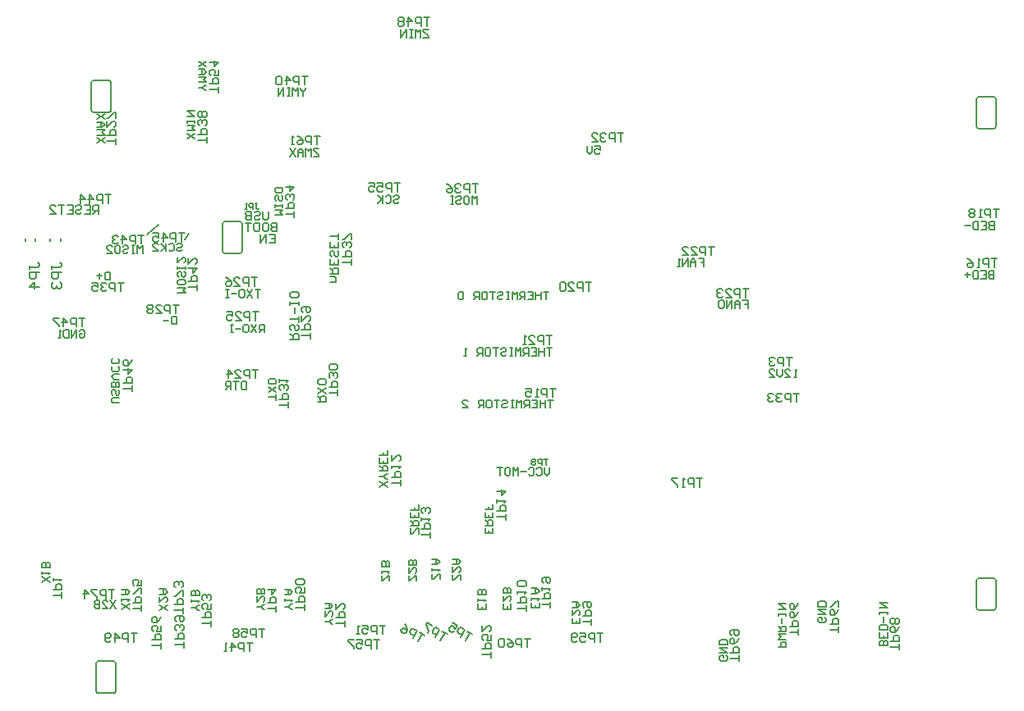
<source format=gbo>
G04 Layer_Color=32896*
%FSLAX25Y25*%
%MOIN*%
G70*
G01*
G75*
%ADD11C,0.00800*%
%ADD63C,0.00600*%
%ADD67C,0.00700*%
%ADD147C,0.00500*%
%ADD152C,0.00787*%
G54D11*
X-18375Y-53675D02*
X-13675Y-49675D01*
X-3175Y-55675D02*
X-1475Y-53375D01*
G54D63*
X319100Y-193400D02*
X318393Y-193693D01*
X318100Y-194400D01*
Y-205400D02*
X318393Y-206107D01*
X319100Y-206400D01*
X325100D02*
X325807Y-206107D01*
X326100Y-205400D01*
Y-194400D02*
X325807Y-193693D01*
X325100Y-193400D01*
X-33975Y-4175D02*
X-33268Y-3882D01*
X-32975Y-3175D01*
Y7825D02*
X-33268Y8532D01*
X-33975Y8825D01*
X-39975D02*
X-40682Y8532D01*
X-40975Y7825D01*
Y-3175D02*
X-40682Y-3882D01*
X-39975Y-4175D01*
X-32175Y-240275D02*
X-31468Y-239982D01*
X-31175Y-239275D01*
Y-228275D02*
X-31468Y-227568D01*
X-32175Y-227275D01*
X-38175D02*
X-38882Y-227568D01*
X-39175Y-228275D01*
Y-239275D02*
X-38882Y-239982D01*
X-38175Y-240275D01*
X325225Y-10775D02*
X325932Y-10482D01*
X326225Y-9775D01*
Y1225D02*
X325932Y1932D01*
X325225Y2225D01*
X319225D02*
X318518Y1932D01*
X318225Y1225D01*
Y-9775D02*
X318518Y-10482D01*
X319225Y-10775D01*
X12319Y-60559D02*
X12612Y-61266D01*
X13319Y-61559D01*
Y-48559D02*
X12612Y-48852D01*
X12319Y-49559D01*
X20319D02*
X20026Y-48852D01*
X19319Y-48559D01*
Y-61559D02*
X20026Y-61266D01*
X20319Y-60559D01*
X326100Y-205400D02*
Y-194400D01*
X319100Y-206400D02*
X325100D01*
X319100Y-193400D02*
X325100D01*
X318100Y-205400D02*
Y-194400D01*
X-40975Y-3175D02*
Y7825D01*
X-39975Y8825D02*
X-33975D01*
X-39975Y-4175D02*
X-33975D01*
X-32975Y-3175D02*
Y7825D01*
X-39175Y-239275D02*
Y-228275D01*
X-38175Y-227275D02*
X-32175D01*
X-38175Y-240275D02*
X-32175D01*
X-31175Y-239275D02*
Y-228275D01*
X318225Y-9775D02*
Y1225D01*
X319225Y2225D02*
X325225D01*
X319225Y-10775D02*
X325225D01*
X326225Y-9775D02*
Y1225D01*
X20319Y-60559D02*
Y-49559D01*
X13319Y-61559D02*
X19319D01*
X13319Y-48559D02*
X19319D01*
X12319Y-60559D02*
Y-49559D01*
X246325Y-118376D02*
X243993D01*
X245159D01*
Y-121875D01*
X242826D02*
Y-118376D01*
X241077D01*
X240494Y-118959D01*
Y-120125D01*
X241077Y-120709D01*
X242826D01*
X239328Y-118959D02*
X238744Y-118376D01*
X237578D01*
X236995Y-118959D01*
Y-119542D01*
X237578Y-120125D01*
X238161D01*
X237578D01*
X236995Y-120709D01*
Y-121292D01*
X237578Y-121875D01*
X238744D01*
X239328Y-121292D01*
X235829Y-118959D02*
X235245Y-118376D01*
X234079D01*
X233496Y-118959D01*
Y-119542D01*
X234079Y-120125D01*
X234662D01*
X234079D01*
X233496Y-120709D01*
Y-121292D01*
X234079Y-121875D01*
X235245D01*
X235829Y-121292D01*
X225800Y-75801D02*
X223467D01*
X224634D01*
Y-79300D01*
X222301D02*
Y-75801D01*
X220552D01*
X219969Y-76384D01*
Y-77551D01*
X220552Y-78134D01*
X222301D01*
X216470Y-79300D02*
X218802D01*
X216470Y-76967D01*
Y-76384D01*
X217053Y-75801D01*
X218219D01*
X218802Y-76384D01*
X215303D02*
X214720Y-75801D01*
X213554D01*
X212971Y-76384D01*
Y-76967D01*
X213554Y-77551D01*
X214137D01*
X213554D01*
X212971Y-78134D01*
Y-78717D01*
X213554Y-79300D01*
X214720D01*
X215303Y-78717D01*
X211725Y-58676D02*
X209393D01*
X210559D01*
Y-62175D01*
X208226D02*
Y-58676D01*
X206477D01*
X205894Y-59259D01*
Y-60425D01*
X206477Y-61009D01*
X208226D01*
X202395Y-62175D02*
X204728D01*
X202395Y-59842D01*
Y-59259D01*
X202978Y-58676D01*
X204144D01*
X204728Y-59259D01*
X198896Y-62175D02*
X201229D01*
X198896Y-59842D01*
Y-59259D01*
X199479Y-58676D01*
X200645D01*
X201229Y-59259D01*
X121124Y-225675D02*
Y-223342D01*
Y-224509D01*
X117625D01*
Y-222176D02*
X121124D01*
Y-220427D01*
X120541Y-219843D01*
X119375D01*
X118791Y-220427D01*
Y-222176D01*
X121124Y-216344D02*
Y-218677D01*
X119375D01*
X119958Y-217511D01*
Y-216928D01*
X119375Y-216344D01*
X118208D01*
X117625Y-216928D01*
Y-218094D01*
X118208Y-218677D01*
X117625Y-212846D02*
Y-215178D01*
X119958Y-212846D01*
X120541D01*
X121124Y-213429D01*
Y-214595D01*
X120541Y-215178D01*
X145299Y-205400D02*
Y-203067D01*
Y-204234D01*
X141800D01*
Y-201901D02*
X145299D01*
Y-200152D01*
X144716Y-199569D01*
X143549D01*
X142966Y-200152D01*
Y-201901D01*
X141800Y-198402D02*
Y-197236D01*
Y-197819D01*
X145299D01*
X144716Y-198402D01*
X142383Y-195486D02*
X141800Y-194903D01*
Y-193737D01*
X142383Y-193154D01*
X144716D01*
X145299Y-193737D01*
Y-194903D01*
X144716Y-195486D01*
X144133D01*
X143549Y-194903D01*
Y-193154D01*
X135424Y-206875D02*
Y-204542D01*
Y-205709D01*
X131925D01*
Y-203376D02*
X135424D01*
Y-201626D01*
X134841Y-201043D01*
X133675D01*
X133091Y-201626D01*
Y-203376D01*
X131925Y-199877D02*
Y-198711D01*
Y-199294D01*
X135424D01*
X134841Y-199877D01*
Y-196961D02*
X135424Y-196378D01*
Y-195212D01*
X134841Y-194629D01*
X132508D01*
X131925Y-195212D01*
Y-196378D01*
X132508Y-196961D01*
X134841D01*
X161924Y-212375D02*
Y-210042D01*
Y-211209D01*
X158425D01*
Y-208876D02*
X161924D01*
Y-207126D01*
X161341Y-206543D01*
X160175D01*
X159591Y-207126D01*
Y-208876D01*
X159008Y-205377D02*
X158425Y-204794D01*
Y-203628D01*
X159008Y-203045D01*
X161341D01*
X161924Y-203628D01*
Y-204794D01*
X161341Y-205377D01*
X160758D01*
X160175Y-204794D01*
Y-203045D01*
X78225Y-212676D02*
X75893D01*
X77059D01*
Y-216175D01*
X74726D02*
Y-212676D01*
X72977D01*
X72394Y-213259D01*
Y-214425D01*
X72977Y-215008D01*
X74726D01*
X68895Y-212676D02*
X71228D01*
Y-214425D01*
X70061Y-213842D01*
X69478D01*
X68895Y-214425D01*
Y-215592D01*
X69478Y-216175D01*
X70644D01*
X71228Y-215592D01*
X67729Y-216175D02*
X66562D01*
X67146D01*
Y-212676D01*
X67729Y-213259D01*
X103375Y-216245D02*
X101355Y-215078D01*
X102365Y-215662D01*
X100615Y-218692D01*
X98595Y-217525D02*
X100345Y-214495D01*
X98830Y-213620D01*
X98033Y-213834D01*
X97450Y-214844D01*
X97663Y-215641D01*
X99178Y-216515D01*
X97314Y-212746D02*
X95294Y-211579D01*
X95003Y-212085D01*
X95857Y-215271D01*
X95565Y-215776D01*
X94175Y-216645D02*
X92155Y-215478D01*
X93165Y-216061D01*
X91415Y-219092D01*
X89395Y-217925D02*
X91145Y-214895D01*
X89630Y-214020D01*
X88833Y-214234D01*
X88250Y-215244D01*
X88463Y-216041D01*
X89978Y-216915D01*
X86094Y-211980D02*
X86813Y-213068D01*
X87240Y-214661D01*
X86657Y-215671D01*
X85860Y-215884D01*
X84850Y-215301D01*
X84636Y-214505D01*
X84928Y-214000D01*
X85725Y-213786D01*
X87240Y-214661D01*
X113575Y-216245D02*
X111555Y-215078D01*
X112565Y-215662D01*
X110815Y-218692D01*
X108795Y-217525D02*
X110545Y-214495D01*
X109029Y-213620D01*
X108233Y-213834D01*
X107650Y-214844D01*
X107863Y-215641D01*
X109378Y-216515D01*
X105494Y-211579D02*
X107514Y-212746D01*
X106640Y-214261D01*
X105921Y-213173D01*
X105416Y-212881D01*
X104620Y-213095D01*
X104036Y-214105D01*
X104250Y-214901D01*
X105260Y-215484D01*
X106056Y-215271D01*
X7524Y-213075D02*
Y-210742D01*
Y-211909D01*
X4025D01*
Y-209576D02*
X7524D01*
Y-207826D01*
X6941Y-207243D01*
X5775D01*
X5192Y-207826D01*
Y-209576D01*
X7524Y-203745D02*
Y-206077D01*
X5775D01*
X6358Y-204911D01*
Y-204328D01*
X5775Y-203745D01*
X4608D01*
X4025Y-204328D01*
Y-205494D01*
X4608Y-206077D01*
X6941Y-202578D02*
X7524Y-201995D01*
Y-200829D01*
X6941Y-200246D01*
X6358D01*
X5775Y-200829D01*
Y-201412D01*
Y-200829D01*
X5192Y-200246D01*
X4608D01*
X4025Y-200829D01*
Y-201995D01*
X4608Y-202578D01*
X45424Y-206575D02*
Y-204242D01*
Y-205409D01*
X41925D01*
Y-203076D02*
X45424D01*
Y-201326D01*
X44841Y-200743D01*
X43675D01*
X43091Y-201326D01*
Y-203076D01*
X45424Y-197245D02*
Y-199577D01*
X43675D01*
X44258Y-198411D01*
Y-197828D01*
X43675Y-197245D01*
X42508D01*
X41925Y-197828D01*
Y-198994D01*
X42508Y-199577D01*
X44841Y-196078D02*
X45424Y-195495D01*
Y-194329D01*
X44841Y-193746D01*
X42508D01*
X41925Y-194329D01*
Y-195495D01*
X42508Y-196078D01*
X44841D01*
X33924Y-206975D02*
Y-204642D01*
Y-205808D01*
X30425D01*
Y-203476D02*
X33924D01*
Y-201727D01*
X33341Y-201143D01*
X32175D01*
X31591Y-201727D01*
Y-203476D01*
X30425Y-198228D02*
X33924D01*
X32175Y-199977D01*
Y-197644D01*
X61724Y-213075D02*
Y-210742D01*
Y-211909D01*
X58225D01*
Y-209576D02*
X61724D01*
Y-207826D01*
X61141Y-207243D01*
X59975D01*
X59391Y-207826D01*
Y-209576D01*
X58225Y-203745D02*
Y-206077D01*
X60558Y-203745D01*
X61141D01*
X61724Y-204328D01*
Y-205494D01*
X61141Y-206077D01*
X-53076Y-201575D02*
Y-199242D01*
Y-200409D01*
X-56575D01*
Y-198076D02*
X-53076D01*
Y-196326D01*
X-53659Y-195743D01*
X-54825D01*
X-55409Y-196326D01*
Y-198076D01*
X-56575Y-194577D02*
Y-193411D01*
Y-193994D01*
X-53076D01*
X-53659Y-194577D01*
X221724Y-227275D02*
Y-224942D01*
Y-226109D01*
X218225D01*
Y-223776D02*
X221724D01*
Y-222026D01*
X221141Y-221443D01*
X219975D01*
X219391Y-222026D01*
Y-223776D01*
X221724Y-217945D02*
X221141Y-219111D01*
X219975Y-220277D01*
X218808D01*
X218225Y-219694D01*
Y-218528D01*
X218808Y-217945D01*
X219391D01*
X219975Y-218528D01*
Y-220277D01*
X218808Y-216778D02*
X218225Y-216195D01*
Y-215029D01*
X218808Y-214446D01*
X221141D01*
X221724Y-215029D01*
Y-216195D01*
X221141Y-216778D01*
X220558D01*
X219975Y-216195D01*
Y-214446D01*
X286824Y-222475D02*
Y-220142D01*
Y-221308D01*
X283325D01*
Y-218976D02*
X286824D01*
Y-217227D01*
X286241Y-216643D01*
X285075D01*
X284491Y-217227D01*
Y-218976D01*
X286824Y-213144D02*
X286241Y-214311D01*
X285075Y-215477D01*
X283908D01*
X283325Y-214894D01*
Y-213728D01*
X283908Y-213144D01*
X284491D01*
X285075Y-213728D01*
Y-215477D01*
X286241Y-211978D02*
X286824Y-211395D01*
Y-210229D01*
X286241Y-209646D01*
X285658D01*
X285075Y-210229D01*
X284491Y-209646D01*
X283908D01*
X283325Y-210229D01*
Y-211395D01*
X283908Y-211978D01*
X284491D01*
X285075Y-211395D01*
X285658Y-211978D01*
X286241D01*
X285075Y-211395D02*
Y-210229D01*
X262224Y-215575D02*
Y-213242D01*
Y-214408D01*
X258725D01*
Y-212076D02*
X262224D01*
Y-210327D01*
X261641Y-209743D01*
X260475D01*
X259892Y-210327D01*
Y-212076D01*
X262224Y-206244D02*
X261641Y-207411D01*
X260475Y-208577D01*
X259308D01*
X258725Y-207994D01*
Y-206828D01*
X259308Y-206244D01*
X259892D01*
X260475Y-206828D01*
Y-208577D01*
X262224Y-205078D02*
Y-202746D01*
X261641D01*
X259308Y-205078D01*
X258725D01*
X245924Y-216475D02*
Y-214142D01*
Y-215308D01*
X242425D01*
Y-212976D02*
X245924D01*
Y-211227D01*
X245341Y-210643D01*
X244175D01*
X243591Y-211227D01*
Y-212976D01*
X245924Y-207144D02*
X245341Y-208311D01*
X244175Y-209477D01*
X243008D01*
X242425Y-208894D01*
Y-207728D01*
X243008Y-207144D01*
X243591D01*
X244175Y-207728D01*
Y-209477D01*
X245924Y-203646D02*
X245341Y-204812D01*
X244175Y-205978D01*
X243008D01*
X242425Y-205395D01*
Y-204229D01*
X243008Y-203646D01*
X243591D01*
X244175Y-204229D01*
Y-205978D01*
X96225Y34524D02*
X93893D01*
X95059D01*
Y31025D01*
X92726D02*
Y34524D01*
X90977D01*
X90394Y33941D01*
Y32775D01*
X90977Y32192D01*
X92726D01*
X87478Y31025D02*
Y34524D01*
X89227Y32775D01*
X86895D01*
X85729Y33941D02*
X85145Y34524D01*
X83979D01*
X83396Y33941D01*
Y33358D01*
X83979Y32775D01*
X83396Y32192D01*
Y31608D01*
X83979Y31025D01*
X85145D01*
X85729Y31608D01*
Y32192D01*
X85145Y32775D01*
X85729Y33358D01*
Y33941D01*
X85145Y32775D02*
X83979D01*
X-43775Y-87776D02*
X-46107D01*
X-44941D01*
Y-91275D01*
X-47274D02*
Y-87776D01*
X-49023D01*
X-49606Y-88359D01*
Y-89525D01*
X-49023Y-90109D01*
X-47274D01*
X-52522Y-91275D02*
Y-87776D01*
X-50773Y-89525D01*
X-53105D01*
X-54271Y-87776D02*
X-56604D01*
Y-88359D01*
X-54271Y-90692D01*
Y-91275D01*
X-24476Y-117475D02*
Y-115142D01*
Y-116308D01*
X-27975D01*
Y-113976D02*
X-24476D01*
Y-112226D01*
X-25059Y-111643D01*
X-26225D01*
X-26809Y-112226D01*
Y-113976D01*
X-27975Y-108728D02*
X-24476D01*
X-26225Y-110477D01*
Y-108144D01*
X-24476Y-104646D02*
X-25059Y-105812D01*
X-26225Y-106978D01*
X-27392D01*
X-27975Y-106395D01*
Y-105229D01*
X-27392Y-104646D01*
X-26809D01*
X-26225Y-105229D01*
Y-106978D01*
X-3175Y-53276D02*
X-5507D01*
X-4341D01*
Y-56775D01*
X-6674D02*
Y-53276D01*
X-8423D01*
X-9006Y-53859D01*
Y-55025D01*
X-8423Y-55608D01*
X-6674D01*
X-11922Y-56775D02*
Y-53276D01*
X-10172Y-55025D01*
X-12505D01*
X-16004Y-53276D02*
X-13671D01*
Y-55025D01*
X-14838Y-54442D01*
X-15421D01*
X-16004Y-55025D01*
Y-56192D01*
X-15421Y-56775D01*
X-14255D01*
X-13671Y-56192D01*
X-33100Y-37601D02*
X-35433D01*
X-34266D01*
Y-41100D01*
X-36599D02*
Y-37601D01*
X-38348D01*
X-38932Y-38184D01*
Y-39351D01*
X-38348Y-39934D01*
X-36599D01*
X-41847Y-41100D02*
Y-37601D01*
X-40098Y-39351D01*
X-42430D01*
X-45346Y-41100D02*
Y-37601D01*
X-43597Y-39351D01*
X-45929D01*
X-19675Y-54076D02*
X-22007D01*
X-20841D01*
Y-57575D01*
X-23174D02*
Y-54076D01*
X-24923D01*
X-25506Y-54659D01*
Y-55825D01*
X-24923Y-56409D01*
X-23174D01*
X-28422Y-57575D02*
Y-54076D01*
X-26673Y-55825D01*
X-29005D01*
X-30171Y-54659D02*
X-30755Y-54076D01*
X-31921D01*
X-32504Y-54659D01*
Y-55242D01*
X-31921Y-55825D01*
X-31338D01*
X-31921D01*
X-32504Y-56409D01*
Y-56992D01*
X-31921Y-57575D01*
X-30755D01*
X-30171Y-56992D01*
X1824Y-76375D02*
Y-74042D01*
Y-75208D01*
X-1675D01*
Y-72876D02*
X1824D01*
Y-71127D01*
X1241Y-70543D01*
X75D01*
X-508Y-71127D01*
Y-72876D01*
X-1675Y-67628D02*
X1824D01*
X75Y-69377D01*
Y-67045D01*
X-1675Y-63546D02*
Y-65878D01*
X658Y-63546D01*
X1241D01*
X1824Y-64129D01*
Y-65295D01*
X1241Y-65878D01*
X46800Y10599D02*
X44467D01*
X45634D01*
Y7100D01*
X43301D02*
Y10599D01*
X41552D01*
X40968Y10016D01*
Y8849D01*
X41552Y8266D01*
X43301D01*
X38053Y7100D02*
Y10599D01*
X39802Y8849D01*
X37470D01*
X36303Y10016D02*
X35720Y10599D01*
X34554D01*
X33971Y10016D01*
Y7683D01*
X34554Y7100D01*
X35720D01*
X36303Y7683D01*
Y10016D01*
X5699Y-16500D02*
Y-14167D01*
Y-15334D01*
X2200D01*
Y-13001D02*
X5699D01*
Y-11252D01*
X5116Y-10669D01*
X3949D01*
X3366Y-11252D01*
Y-13001D01*
X5116Y-9502D02*
X5699Y-8919D01*
Y-7753D01*
X5116Y-7170D01*
X4533D01*
X3949Y-7753D01*
Y-8336D01*
Y-7753D01*
X3366Y-7170D01*
X2783D01*
X2200Y-7753D01*
Y-8919D01*
X2783Y-9502D01*
X5116Y-6003D02*
X5699Y-5420D01*
Y-4254D01*
X5116Y-3671D01*
X4533D01*
X3949Y-4254D01*
X3366Y-3671D01*
X2783D01*
X2200Y-4254D01*
Y-5420D01*
X2783Y-6003D01*
X3366D01*
X3949Y-5420D01*
X4533Y-6003D01*
X5116D01*
X3949Y-5420D02*
Y-4254D01*
X64424Y-66175D02*
Y-63842D01*
Y-65008D01*
X60925D01*
Y-62676D02*
X64424D01*
Y-60927D01*
X63841Y-60343D01*
X62675D01*
X62091Y-60927D01*
Y-62676D01*
X63841Y-59177D02*
X64424Y-58594D01*
Y-57428D01*
X63841Y-56845D01*
X63258D01*
X62675Y-57428D01*
Y-58011D01*
Y-57428D01*
X62091Y-56845D01*
X61508D01*
X60925Y-57428D01*
Y-58594D01*
X61508Y-59177D01*
X64424Y-55678D02*
Y-53346D01*
X63841D01*
X61508Y-55678D01*
X60925D01*
X116025Y-33276D02*
X113693D01*
X114859D01*
Y-36775D01*
X112526D02*
Y-33276D01*
X110777D01*
X110194Y-33859D01*
Y-35025D01*
X110777Y-35609D01*
X112526D01*
X109028Y-33859D02*
X108444Y-33276D01*
X107278D01*
X106695Y-33859D01*
Y-34442D01*
X107278Y-35025D01*
X107861D01*
X107278D01*
X106695Y-35609D01*
Y-36192D01*
X107278Y-36775D01*
X108444D01*
X109028Y-36192D01*
X103196Y-33276D02*
X104362Y-33859D01*
X105529Y-35025D01*
Y-36192D01*
X104946Y-36775D01*
X103779D01*
X103196Y-36192D01*
Y-35609D01*
X103779Y-35025D01*
X105529D01*
X41324Y-46675D02*
Y-44342D01*
Y-45509D01*
X37825D01*
Y-43176D02*
X41324D01*
Y-41427D01*
X40741Y-40843D01*
X39575D01*
X38991Y-41427D01*
Y-43176D01*
X40741Y-39677D02*
X41324Y-39094D01*
Y-37928D01*
X40741Y-37345D01*
X40158D01*
X39575Y-37928D01*
Y-38511D01*
Y-37928D01*
X38991Y-37345D01*
X38408D01*
X37825Y-37928D01*
Y-39094D01*
X38408Y-39677D01*
X37825Y-34429D02*
X41324D01*
X39575Y-36178D01*
Y-33846D01*
X147400Y-116301D02*
X145067D01*
X146234D01*
Y-119800D01*
X143901D02*
Y-116301D01*
X142152D01*
X141569Y-116884D01*
Y-118051D01*
X142152Y-118634D01*
X143901D01*
X140402Y-119800D02*
X139236D01*
X139819D01*
Y-116301D01*
X140402Y-116884D01*
X135154Y-116301D02*
X137487D01*
Y-118051D01*
X136320Y-117467D01*
X135737D01*
X135154Y-118051D01*
Y-119217D01*
X135737Y-119800D01*
X136903D01*
X137487Y-119217D01*
X161925Y-73276D02*
X159593D01*
X160759D01*
Y-76775D01*
X158426D02*
Y-73276D01*
X156677D01*
X156094Y-73859D01*
Y-75025D01*
X156677Y-75608D01*
X158426D01*
X152595Y-76775D02*
X154928D01*
X152595Y-74442D01*
Y-73859D01*
X153178Y-73276D01*
X154344D01*
X154928Y-73859D01*
X151429D02*
X150846Y-73276D01*
X149679D01*
X149096Y-73859D01*
Y-76192D01*
X149679Y-76775D01*
X150846D01*
X151429Y-76192D01*
Y-73859D01*
X146000Y-94901D02*
X143667D01*
X144834D01*
Y-98400D01*
X142501D02*
Y-94901D01*
X140752D01*
X140169Y-95484D01*
Y-96651D01*
X140752Y-97234D01*
X142501D01*
X136670Y-98400D02*
X139002D01*
X136670Y-96067D01*
Y-95484D01*
X137253Y-94901D01*
X138419D01*
X139002Y-95484D01*
X135503Y-98400D02*
X134337D01*
X134920D01*
Y-94901D01*
X135503Y-95484D01*
X243400Y-103701D02*
X241067D01*
X242234D01*
Y-107200D01*
X239901D02*
Y-103701D01*
X238152D01*
X237569Y-104284D01*
Y-105451D01*
X238152Y-106034D01*
X239901D01*
X236402Y-104284D02*
X235819Y-103701D01*
X234653D01*
X234070Y-104284D01*
Y-104867D01*
X234653Y-105451D01*
X235236D01*
X234653D01*
X234070Y-106034D01*
Y-106617D01*
X234653Y-107200D01*
X235819D01*
X236402Y-106617D01*
X326625Y-63576D02*
X324293D01*
X325459D01*
Y-67075D01*
X323126D02*
Y-63576D01*
X321377D01*
X320794Y-64159D01*
Y-65325D01*
X321377Y-65908D01*
X323126D01*
X319627Y-67075D02*
X318461D01*
X319044D01*
Y-63576D01*
X319627Y-64159D01*
X314379Y-63576D02*
X315545Y-64159D01*
X316712Y-65325D01*
Y-66492D01*
X316129Y-67075D01*
X314962D01*
X314379Y-66492D01*
Y-65908D01*
X314962Y-65325D01*
X316712D01*
X206925Y-152876D02*
X204593D01*
X205759D01*
Y-156375D01*
X203426D02*
Y-152876D01*
X201677D01*
X201094Y-153459D01*
Y-154625D01*
X201677Y-155209D01*
X203426D01*
X199927Y-156375D02*
X198761D01*
X199344D01*
Y-152876D01*
X199927Y-153459D01*
X197012Y-152876D02*
X194679D01*
Y-153459D01*
X197012Y-155792D01*
Y-156375D01*
X327425Y-43376D02*
X325093D01*
X326259D01*
Y-46875D01*
X323926D02*
Y-43376D01*
X322177D01*
X321594Y-43959D01*
Y-45125D01*
X322177Y-45709D01*
X323926D01*
X320427Y-46875D02*
X319261D01*
X319844D01*
Y-43376D01*
X320427Y-43959D01*
X317512D02*
X316929Y-43376D01*
X315762D01*
X315179Y-43959D01*
Y-44542D01*
X315762Y-45125D01*
X315179Y-45709D01*
Y-46292D01*
X315762Y-46875D01*
X316929D01*
X317512Y-46292D01*
Y-45709D01*
X316929Y-45125D01*
X317512Y-44542D01*
Y-43959D01*
X316929Y-45125D02*
X315762D01*
X26625Y-108776D02*
X24293D01*
X25459D01*
Y-112275D01*
X23126D02*
Y-108776D01*
X21377D01*
X20794Y-109359D01*
Y-110525D01*
X21377Y-111109D01*
X23126D01*
X17295Y-112275D02*
X19627D01*
X17295Y-109942D01*
Y-109359D01*
X17878Y-108776D01*
X19044D01*
X19627Y-109359D01*
X14379Y-112275D02*
Y-108776D01*
X16129Y-110525D01*
X13796D01*
X26725Y-85176D02*
X24393D01*
X25559D01*
Y-88675D01*
X23226D02*
Y-85176D01*
X21477D01*
X20894Y-85759D01*
Y-86925D01*
X21477Y-87508D01*
X23226D01*
X17395Y-88675D02*
X19727D01*
X17395Y-86342D01*
Y-85759D01*
X17978Y-85176D01*
X19144D01*
X19727Y-85759D01*
X13896Y-85176D02*
X16229D01*
Y-86925D01*
X15062Y-86342D01*
X14479D01*
X13896Y-86925D01*
Y-88092D01*
X14479Y-88675D01*
X15645D01*
X16229Y-88092D01*
X26225Y-71176D02*
X23893D01*
X25059D01*
Y-74675D01*
X22726D02*
Y-71176D01*
X20977D01*
X20394Y-71759D01*
Y-72925D01*
X20977Y-73509D01*
X22726D01*
X16895Y-74675D02*
X19228D01*
X16895Y-72342D01*
Y-71759D01*
X17478Y-71176D01*
X18644D01*
X19228Y-71759D01*
X13396Y-71176D02*
X14562Y-71759D01*
X15729Y-72925D01*
Y-74092D01*
X15145Y-74675D01*
X13979D01*
X13396Y-74092D01*
Y-73509D01*
X13979Y-72925D01*
X15729D01*
X47824Y-95975D02*
Y-93642D01*
Y-94809D01*
X44325D01*
Y-92476D02*
X47824D01*
Y-90727D01*
X47241Y-90143D01*
X46075D01*
X45491Y-90727D01*
Y-92476D01*
X44325Y-86645D02*
Y-88977D01*
X46658Y-86645D01*
X47241D01*
X47824Y-87228D01*
Y-88394D01*
X47241Y-88977D01*
X44908Y-85478D02*
X44325Y-84895D01*
Y-83729D01*
X44908Y-83146D01*
X47241D01*
X47824Y-83729D01*
Y-84895D01*
X47241Y-85478D01*
X46658D01*
X46075Y-84895D01*
Y-83146D01*
X58924Y-119275D02*
Y-116942D01*
Y-118108D01*
X55425D01*
Y-115776D02*
X58924D01*
Y-114026D01*
X58341Y-113443D01*
X57175D01*
X56591Y-114026D01*
Y-115776D01*
X58341Y-112277D02*
X58924Y-111694D01*
Y-110528D01*
X58341Y-109944D01*
X57758D01*
X57175Y-110528D01*
Y-111111D01*
Y-110528D01*
X56591Y-109944D01*
X56008D01*
X55425Y-110528D01*
Y-111694D01*
X56008Y-112277D01*
X58341Y-108778D02*
X58924Y-108195D01*
Y-107029D01*
X58341Y-106446D01*
X56008D01*
X55425Y-107029D01*
Y-108195D01*
X56008Y-108778D01*
X58341D01*
X38824Y-124175D02*
Y-121842D01*
Y-123009D01*
X35325D01*
Y-120676D02*
X38824D01*
Y-118927D01*
X38241Y-118343D01*
X37075D01*
X36492Y-118927D01*
Y-120676D01*
X38241Y-117177D02*
X38824Y-116594D01*
Y-115428D01*
X38241Y-114845D01*
X37658D01*
X37075Y-115428D01*
Y-116011D01*
Y-115428D01*
X36492Y-114845D01*
X35908D01*
X35325Y-115428D01*
Y-116594D01*
X35908Y-117177D01*
X35325Y-113678D02*
Y-112512D01*
Y-113095D01*
X38824D01*
X38241Y-113678D01*
X174925Y-12576D02*
X172593D01*
X173759D01*
Y-16075D01*
X171426D02*
Y-12576D01*
X169677D01*
X169094Y-13159D01*
Y-14325D01*
X169677Y-14909D01*
X171426D01*
X167928Y-13159D02*
X167344Y-12576D01*
X166178D01*
X165595Y-13159D01*
Y-13742D01*
X166178Y-14325D01*
X166761D01*
X166178D01*
X165595Y-14909D01*
Y-15492D01*
X166178Y-16075D01*
X167344D01*
X167928Y-15492D01*
X162096Y-16075D02*
X164429D01*
X162096Y-13742D01*
Y-13159D01*
X162679Y-12576D01*
X163846D01*
X164429Y-13159D01*
X-20801Y-206800D02*
Y-204467D01*
Y-205634D01*
X-24300D01*
Y-203301D02*
X-20801D01*
Y-201552D01*
X-21384Y-200969D01*
X-22551D01*
X-23134Y-201552D01*
Y-203301D01*
X-20801Y-199802D02*
Y-197470D01*
X-21384D01*
X-23717Y-199802D01*
X-24300D01*
X-20801Y-193971D02*
Y-196303D01*
X-22551D01*
X-21967Y-195137D01*
Y-194554D01*
X-22551Y-193971D01*
X-23717D01*
X-24300Y-194554D01*
Y-195720D01*
X-23717Y-196303D01*
X-31675Y-198176D02*
X-34007D01*
X-32841D01*
Y-201675D01*
X-35174D02*
Y-198176D01*
X-36923D01*
X-37506Y-198759D01*
Y-199925D01*
X-36923Y-200508D01*
X-35174D01*
X-38673Y-198176D02*
X-41005D01*
Y-198759D01*
X-38673Y-201092D01*
Y-201675D01*
X-43921D02*
Y-198176D01*
X-42171Y-199925D01*
X-44504D01*
X-3876Y-207775D02*
Y-205442D01*
Y-206609D01*
X-7375D01*
Y-204276D02*
X-3876D01*
Y-202526D01*
X-4459Y-201943D01*
X-5625D01*
X-6208Y-202526D01*
Y-204276D01*
X-3876Y-200777D02*
Y-198444D01*
X-4459D01*
X-6792Y-200777D01*
X-7375D01*
X-4459Y-197278D02*
X-3876Y-196695D01*
Y-195529D01*
X-4459Y-194946D01*
X-5042D01*
X-5625Y-195529D01*
Y-196112D01*
Y-195529D01*
X-6208Y-194946D01*
X-6792D01*
X-7375Y-195529D01*
Y-196695D01*
X-6792Y-197278D01*
X84499Y-155800D02*
Y-153467D01*
Y-154634D01*
X81000D01*
Y-152301D02*
X84499D01*
Y-150552D01*
X83916Y-149969D01*
X82749D01*
X82166Y-150552D01*
Y-152301D01*
X81000Y-148802D02*
Y-147636D01*
Y-148219D01*
X84499D01*
X83916Y-148802D01*
X81000Y-143554D02*
Y-145887D01*
X83333Y-143554D01*
X83916D01*
X84499Y-144137D01*
Y-145303D01*
X83916Y-145887D01*
X96424Y-177075D02*
Y-174742D01*
Y-175909D01*
X92925D01*
Y-173576D02*
X96424D01*
Y-171827D01*
X95841Y-171243D01*
X94675D01*
X94091Y-171827D01*
Y-173576D01*
X92925Y-170077D02*
Y-168911D01*
Y-169494D01*
X96424D01*
X95841Y-170077D01*
Y-167161D02*
X96424Y-166578D01*
Y-165412D01*
X95841Y-164829D01*
X95258D01*
X94675Y-165412D01*
Y-165995D01*
Y-165412D01*
X94091Y-164829D01*
X93508D01*
X92925Y-165412D01*
Y-166578D01*
X93508Y-167161D01*
X127124Y-169675D02*
Y-167342D01*
Y-168509D01*
X123625D01*
Y-166176D02*
X127124D01*
Y-164427D01*
X126541Y-163843D01*
X125375D01*
X124792Y-164427D01*
Y-166176D01*
X123625Y-162677D02*
Y-161511D01*
Y-162094D01*
X127124D01*
X126541Y-162677D01*
X123625Y-158012D02*
X127124D01*
X125375Y-159761D01*
Y-157429D01*
X-5475Y-82376D02*
X-7807D01*
X-6641D01*
Y-85875D01*
X-8974D02*
Y-82376D01*
X-10723D01*
X-11306Y-82959D01*
Y-84125D01*
X-10723Y-84708D01*
X-8974D01*
X-14805Y-85875D02*
X-12472D01*
X-14805Y-83542D01*
Y-82959D01*
X-14222Y-82376D01*
X-13056D01*
X-12472Y-82959D01*
X-15971D02*
X-16555Y-82376D01*
X-17721D01*
X-18304Y-82959D01*
Y-83542D01*
X-17721Y-84125D01*
X-18304Y-84708D01*
Y-85292D01*
X-17721Y-85875D01*
X-16555D01*
X-15971Y-85292D01*
Y-84708D01*
X-16555Y-84125D01*
X-15971Y-83542D01*
Y-82959D01*
X-16555Y-84125D02*
X-17721D01*
X-27875Y-73376D02*
X-30207D01*
X-29041D01*
Y-76875D01*
X-31374D02*
Y-73376D01*
X-33123D01*
X-33706Y-73959D01*
Y-75125D01*
X-33123Y-75709D01*
X-31374D01*
X-34872Y-73959D02*
X-35456Y-73376D01*
X-36622D01*
X-37205Y-73959D01*
Y-74542D01*
X-36622Y-75125D01*
X-36039D01*
X-36622D01*
X-37205Y-75709D01*
Y-76292D01*
X-36622Y-76875D01*
X-35456D01*
X-34872Y-76292D01*
X-40704Y-73376D02*
X-38371D01*
Y-75125D01*
X-39538Y-74542D01*
X-40121D01*
X-40704Y-75125D01*
Y-76292D01*
X-40121Y-76875D01*
X-38955D01*
X-38371Y-76292D01*
X10499Y3900D02*
Y6233D01*
Y5066D01*
X7000D01*
Y7399D02*
X10499D01*
Y9148D01*
X9916Y9731D01*
X8749D01*
X8166Y9148D01*
Y7399D01*
X10499Y13230D02*
Y10898D01*
X8749D01*
X9333Y12064D01*
Y12647D01*
X8749Y13230D01*
X7583D01*
X7000Y12647D01*
Y11481D01*
X7583Y10898D01*
X7000Y16146D02*
X10499D01*
X8749Y14397D01*
Y16729D01*
X84325Y-32876D02*
X81993D01*
X83159D01*
Y-36375D01*
X80826D02*
Y-32876D01*
X79077D01*
X78494Y-33459D01*
Y-34625D01*
X79077Y-35208D01*
X80826D01*
X74995Y-32876D02*
X77328D01*
Y-34625D01*
X76161Y-34042D01*
X75578D01*
X74995Y-34625D01*
Y-35792D01*
X75578Y-36375D01*
X76744D01*
X77328Y-35792D01*
X71496Y-32876D02*
X73829D01*
Y-34625D01*
X72662Y-34042D01*
X72079D01*
X71496Y-34625D01*
Y-35792D01*
X72079Y-36375D01*
X73246D01*
X73829Y-35792D01*
X-3501Y-221700D02*
Y-219367D01*
Y-220534D01*
X-7000D01*
Y-218201D02*
X-3501D01*
Y-216452D01*
X-4084Y-215869D01*
X-5251D01*
X-5834Y-216452D01*
Y-218201D01*
X-4084Y-214702D02*
X-3501Y-214119D01*
Y-212953D01*
X-4084Y-212370D01*
X-4667D01*
X-5251Y-212953D01*
Y-213536D01*
Y-212953D01*
X-5834Y-212370D01*
X-6417D01*
X-7000Y-212953D01*
Y-214119D01*
X-6417Y-214702D01*
Y-211203D02*
X-7000Y-210620D01*
Y-209454D01*
X-6417Y-208871D01*
X-4084D01*
X-3501Y-209454D01*
Y-210620D01*
X-4084Y-211203D01*
X-4667D01*
X-5251Y-210620D01*
Y-208871D01*
X24525Y-219676D02*
X22193D01*
X23359D01*
Y-223175D01*
X21026D02*
Y-219676D01*
X19277D01*
X18694Y-220259D01*
Y-221425D01*
X19277Y-222008D01*
X21026D01*
X15778Y-223175D02*
Y-219676D01*
X17527Y-221425D01*
X15195D01*
X14029Y-223175D02*
X12862D01*
X13445D01*
Y-219676D01*
X14029Y-220259D01*
X-22600Y-215901D02*
X-24933D01*
X-23766D01*
Y-219400D01*
X-26099D02*
Y-215901D01*
X-27848D01*
X-28431Y-216484D01*
Y-217651D01*
X-27848Y-218234D01*
X-26099D01*
X-31347Y-219400D02*
Y-215901D01*
X-29598Y-217651D01*
X-31930D01*
X-33097Y-218817D02*
X-33680Y-219400D01*
X-34846D01*
X-35429Y-218817D01*
Y-216484D01*
X-34846Y-215901D01*
X-33680D01*
X-33097Y-216484D01*
Y-217067D01*
X-33680Y-217651D01*
X-35429D01*
X-12876Y-222075D02*
Y-219742D01*
Y-220908D01*
X-16375D01*
Y-218576D02*
X-12876D01*
Y-216827D01*
X-13459Y-216243D01*
X-14625D01*
X-15209Y-216827D01*
Y-218576D01*
X-12876Y-212744D02*
Y-215077D01*
X-14625D01*
X-14042Y-213911D01*
Y-213328D01*
X-14625Y-212744D01*
X-15792D01*
X-16375Y-213328D01*
Y-214494D01*
X-15792Y-215077D01*
X-12876Y-209246D02*
X-13459Y-210412D01*
X-14625Y-211578D01*
X-15792D01*
X-16375Y-210995D01*
Y-209829D01*
X-15792Y-209246D01*
X-15209D01*
X-14625Y-209829D01*
Y-211578D01*
X75925Y-218576D02*
X73593D01*
X74759D01*
Y-222075D01*
X72426D02*
Y-218576D01*
X70677D01*
X70094Y-219159D01*
Y-220325D01*
X70677Y-220908D01*
X72426D01*
X66595Y-218576D02*
X68928D01*
Y-220325D01*
X67761Y-219742D01*
X67178D01*
X66595Y-220325D01*
Y-221492D01*
X67178Y-222075D01*
X68344D01*
X68928Y-221492D01*
X65429Y-218576D02*
X63096D01*
Y-219159D01*
X65429Y-221492D01*
Y-222075D01*
X29225Y-213976D02*
X26893D01*
X28059D01*
Y-217475D01*
X25726D02*
Y-213976D01*
X23977D01*
X23394Y-214559D01*
Y-215725D01*
X23977Y-216308D01*
X25726D01*
X19895Y-213976D02*
X22228D01*
Y-215725D01*
X21061Y-215142D01*
X20478D01*
X19895Y-215725D01*
Y-216892D01*
X20478Y-217475D01*
X21644D01*
X22228Y-216892D01*
X18729Y-214559D02*
X18145Y-213976D01*
X16979D01*
X16396Y-214559D01*
Y-215142D01*
X16979Y-215725D01*
X16396Y-216308D01*
Y-216892D01*
X16979Y-217475D01*
X18145D01*
X18729Y-216892D01*
Y-216308D01*
X18145Y-215725D01*
X18729Y-215142D01*
Y-214559D01*
X18145Y-215725D02*
X16979D01*
X166625Y-215876D02*
X164293D01*
X165459D01*
Y-219375D01*
X163126D02*
Y-215876D01*
X161377D01*
X160794Y-216459D01*
Y-217625D01*
X161377Y-218209D01*
X163126D01*
X157295Y-215876D02*
X159627D01*
Y-217625D01*
X158461Y-217042D01*
X157878D01*
X157295Y-217625D01*
Y-218792D01*
X157878Y-219375D01*
X159044D01*
X159627Y-218792D01*
X156129D02*
X155545Y-219375D01*
X154379D01*
X153796Y-218792D01*
Y-216459D01*
X154379Y-215876D01*
X155545D01*
X156129Y-216459D01*
Y-217042D01*
X155545Y-217625D01*
X153796D01*
X137125Y-217976D02*
X134793D01*
X135959D01*
Y-221475D01*
X133626D02*
Y-217976D01*
X131877D01*
X131294Y-218559D01*
Y-219725D01*
X131877Y-220308D01*
X133626D01*
X127795Y-217976D02*
X128961Y-218559D01*
X130128Y-219725D01*
Y-220892D01*
X129544Y-221475D01*
X128378D01*
X127795Y-220892D01*
Y-220308D01*
X128378Y-219725D01*
X130128D01*
X126629Y-218559D02*
X126046Y-217976D01*
X124879D01*
X124296Y-218559D01*
Y-220892D01*
X124879Y-221475D01*
X126046D01*
X126629Y-220892D01*
Y-218559D01*
X-31201Y-17000D02*
Y-14667D01*
Y-15834D01*
X-34700D01*
Y-13501D02*
X-31201D01*
Y-11752D01*
X-31784Y-11169D01*
X-32951D01*
X-33534Y-11752D01*
Y-13501D01*
X-34700Y-7670D02*
Y-10002D01*
X-32367Y-7670D01*
X-31784D01*
X-31201Y-8253D01*
Y-9419D01*
X-31784Y-10002D01*
X-31201Y-6503D02*
Y-4171D01*
X-31784D01*
X-34117Y-6503D01*
X-34700D01*
X51700Y-13701D02*
X49367D01*
X50534D01*
Y-17200D01*
X48201D02*
Y-13701D01*
X46452D01*
X45869Y-14284D01*
Y-15451D01*
X46452Y-16034D01*
X48201D01*
X42370Y-13701D02*
X43536Y-14284D01*
X44702Y-15451D01*
Y-16617D01*
X44119Y-17200D01*
X42953D01*
X42370Y-16617D01*
Y-16034D01*
X42953Y-15451D01*
X44702D01*
X41203Y-17200D02*
X40037D01*
X40620D01*
Y-13701D01*
X41203Y-14284D01*
X55825Y-73175D02*
X58158D01*
Y-71425D01*
X57575Y-70842D01*
X55825D01*
Y-69676D02*
X59324D01*
Y-67927D01*
X58741Y-67343D01*
X57575D01*
X56991Y-67927D01*
Y-69676D01*
Y-68510D02*
X55825Y-67343D01*
X59324Y-63845D02*
Y-66177D01*
X55825D01*
Y-63845D01*
X57575Y-66177D02*
Y-65011D01*
X58741Y-60346D02*
X59324Y-60929D01*
Y-62095D01*
X58741Y-62678D01*
X58158D01*
X57575Y-62095D01*
Y-60929D01*
X56991Y-60346D01*
X56408D01*
X55825Y-60929D01*
Y-62095D01*
X56408Y-62678D01*
X59324Y-56847D02*
Y-59179D01*
X55825D01*
Y-56847D01*
X57575Y-59179D02*
Y-58013D01*
X59324Y-55680D02*
Y-53348D01*
Y-54514D01*
X55825D01*
X-38100Y-45400D02*
Y-41901D01*
X-39849D01*
X-40433Y-42484D01*
Y-43651D01*
X-39849Y-44234D01*
X-38100D01*
X-39266D02*
X-40433Y-45400D01*
X-43931Y-41901D02*
X-41599D01*
Y-45400D01*
X-43931D01*
X-41599Y-43651D02*
X-42765D01*
X-47430Y-42484D02*
X-46847Y-41901D01*
X-45681D01*
X-45098Y-42484D01*
Y-43067D01*
X-45681Y-43651D01*
X-46847D01*
X-47430Y-44234D01*
Y-44817D01*
X-46847Y-45400D01*
X-45681D01*
X-45098Y-44817D01*
X-50929Y-41901D02*
X-48597D01*
Y-45400D01*
X-50929D01*
X-48597Y-43651D02*
X-49763D01*
X-52096Y-41901D02*
X-54428D01*
X-53262D01*
Y-45400D01*
X-57927D02*
X-55594D01*
X-57927Y-43067D01*
Y-42484D01*
X-57344Y-41901D01*
X-56178D01*
X-55594Y-42484D01*
X31093Y-53776D02*
X33425D01*
Y-57275D01*
X31093D01*
X33425Y-55525D02*
X32259D01*
X29926Y-57275D02*
Y-53776D01*
X27594Y-57275D01*
Y-53776D01*
X34325Y-48976D02*
Y-52475D01*
X32576D01*
X31993Y-51892D01*
Y-51309D01*
X32576Y-50725D01*
X34325D01*
X32576D01*
X31993Y-50142D01*
Y-49559D01*
X32576Y-48976D01*
X34325D01*
X29077D02*
X30243D01*
X30826Y-49559D01*
Y-51892D01*
X30243Y-52475D01*
X29077D01*
X28494Y-51892D01*
Y-49559D01*
X29077Y-48976D01*
X25578D02*
X26744D01*
X27327Y-49559D01*
Y-51892D01*
X26744Y-52475D01*
X25578D01*
X24995Y-51892D01*
Y-49559D01*
X25578Y-48976D01*
X23829D02*
X21496D01*
X22662D01*
Y-52475D01*
X30925Y-44376D02*
Y-47292D01*
X30342Y-47875D01*
X29176D01*
X28593Y-47292D01*
Y-44376D01*
X25094Y-44959D02*
X25677Y-44376D01*
X26843D01*
X27426Y-44959D01*
Y-45542D01*
X26843Y-46125D01*
X25677D01*
X25094Y-46709D01*
Y-47292D01*
X25677Y-47875D01*
X26843D01*
X27426Y-47292D01*
X23927Y-44376D02*
Y-47875D01*
X22178D01*
X21595Y-47292D01*
Y-46709D01*
X22178Y-46125D01*
X23927D01*
X22178D01*
X21595Y-45542D01*
Y-44959D01*
X22178Y-44376D01*
X23927D01*
X29225Y-93575D02*
Y-90376D01*
X27626D01*
X27093Y-90909D01*
Y-91975D01*
X27626Y-92509D01*
X29225D01*
X28159D02*
X27093Y-93575D01*
X26026Y-90376D02*
X23894Y-93575D01*
Y-90376D02*
X26026Y-93575D01*
X22827Y-90909D02*
X22294Y-90376D01*
X21228D01*
X20695Y-90909D01*
Y-93042D01*
X21228Y-93575D01*
X22294D01*
X22827Y-93042D01*
Y-90909D01*
X19628Y-91975D02*
X17496D01*
X16429Y-90376D02*
X15363D01*
X15896D01*
Y-93575D01*
X16429D01*
X15363D01*
X39625Y-96375D02*
X43124D01*
Y-94625D01*
X42541Y-94042D01*
X41375D01*
X40791Y-94625D01*
Y-96375D01*
Y-95209D02*
X39625Y-94042D01*
X42541Y-90543D02*
X43124Y-91127D01*
Y-92293D01*
X42541Y-92876D01*
X41958D01*
X41375Y-92293D01*
Y-91127D01*
X40791Y-90543D01*
X40208D01*
X39625Y-91127D01*
Y-92293D01*
X40208Y-92876D01*
X43124Y-89377D02*
Y-87045D01*
Y-88211D01*
X39625D01*
X41375Y-85878D02*
Y-83546D01*
X43124Y-82379D02*
Y-81213D01*
Y-81796D01*
X39625D01*
Y-82379D01*
Y-81213D01*
X43124Y-77714D02*
Y-78881D01*
X42541Y-79464D01*
X40208D01*
X39625Y-78881D01*
Y-77714D01*
X40208Y-77131D01*
X42541D01*
X43124Y-77714D01*
X50825Y-121875D02*
X54324D01*
Y-120125D01*
X53741Y-119542D01*
X52575D01*
X51991Y-120125D01*
Y-121875D01*
Y-120709D02*
X50825Y-119542D01*
X54324Y-118376D02*
X50825Y-116043D01*
X54324D02*
X50825Y-118376D01*
X53741Y-114877D02*
X54324Y-114294D01*
Y-113128D01*
X53741Y-112545D01*
X51408D01*
X50825Y-113128D01*
Y-114294D01*
X51408Y-114877D01*
X53741D01*
X79199Y-156300D02*
X76000Y-154167D01*
X79199D02*
X76000Y-156300D01*
X79199Y-153101D02*
X78666D01*
X77600Y-152035D01*
X78666Y-150968D01*
X79199D01*
X77600Y-152035D02*
X76000D01*
Y-149902D02*
X79199D01*
Y-148303D01*
X78666Y-147769D01*
X77600D01*
X77066Y-148303D01*
Y-149902D01*
Y-148836D02*
X76000Y-147769D01*
X79199Y-144571D02*
Y-146703D01*
X76000D01*
Y-144571D01*
X77600Y-146703D02*
Y-145637D01*
X79199Y-141372D02*
Y-143504D01*
X77600D01*
Y-142438D01*
Y-143504D01*
X76000D01*
X91699Y-175300D02*
Y-173167D01*
X91166D01*
X89033Y-175300D01*
X88500D01*
Y-173167D01*
Y-172101D02*
X91699D01*
Y-170501D01*
X91166Y-169968D01*
X90100D01*
X89566Y-170501D01*
Y-172101D01*
Y-171035D02*
X88500Y-169968D01*
X91699Y-166769D02*
Y-168902D01*
X88500D01*
Y-166769D01*
X90100Y-168902D02*
Y-167836D01*
X91699Y-163570D02*
Y-165703D01*
X90100D01*
Y-164637D01*
Y-165703D01*
X88500D01*
X121924Y-173042D02*
Y-175175D01*
X118725D01*
Y-173042D01*
X120325Y-175175D02*
Y-174109D01*
X118725Y-171976D02*
X121924D01*
Y-170376D01*
X121391Y-169843D01*
X120325D01*
X119791Y-170376D01*
Y-171976D01*
Y-170910D02*
X118725Y-169843D01*
X121924Y-166644D02*
Y-168777D01*
X118725D01*
Y-166644D01*
X120325Y-168777D02*
Y-167710D01*
X121924Y-163445D02*
Y-165578D01*
X120325D01*
Y-164512D01*
Y-165578D01*
X118725D01*
X-31275Y-202476D02*
X-33407Y-205675D01*
Y-202476D02*
X-31275Y-205675D01*
X-36606D02*
X-34474D01*
X-36606Y-203542D01*
Y-203009D01*
X-36073Y-202476D01*
X-35007D01*
X-34474Y-203009D01*
X-37673Y-202476D02*
Y-205675D01*
X-39272D01*
X-39805Y-205142D01*
Y-204608D01*
X-39272Y-204075D01*
X-37673D01*
X-39272D01*
X-39805Y-203542D01*
Y-203009D01*
X-39272Y-202476D01*
X-37673D01*
X2724Y-206475D02*
X2191D01*
X1125Y-205409D01*
X2191Y-204342D01*
X2724D01*
X1125Y-205409D02*
X-475D01*
Y-203276D02*
Y-202209D01*
Y-202743D01*
X2724D01*
X2191Y-203276D01*
X2724Y-200610D02*
X-475D01*
Y-199011D01*
X58Y-198477D01*
X592D01*
X1125Y-199011D01*
Y-200610D01*
Y-199011D01*
X1658Y-198477D01*
X2191D01*
X2724Y-199011D01*
Y-200610D01*
X40624Y-206075D02*
X40091D01*
X39025Y-205009D01*
X40091Y-203942D01*
X40624D01*
X39025Y-205009D02*
X37425D01*
Y-202876D02*
Y-201810D01*
Y-202343D01*
X40624D01*
X40091Y-202876D01*
X37425Y-200210D02*
X39558D01*
X40624Y-199144D01*
X39558Y-198077D01*
X37425D01*
X39025D01*
Y-200210D01*
X57024Y-212275D02*
X56491D01*
X55425Y-211209D01*
X56491Y-210142D01*
X57024D01*
X55425Y-211209D02*
X53825D01*
Y-206943D02*
Y-209076D01*
X55958Y-206943D01*
X56491D01*
X57024Y-207476D01*
Y-208543D01*
X56491Y-209076D01*
X53825Y-205877D02*
X55958D01*
X57024Y-204811D01*
X55958Y-203744D01*
X53825D01*
X55425D01*
Y-205877D01*
X29324Y-206175D02*
X28791D01*
X27725Y-205108D01*
X28791Y-204042D01*
X29324D01*
X27725Y-205108D02*
X26125D01*
Y-200843D02*
Y-202976D01*
X28258Y-200843D01*
X28791D01*
X29324Y-201376D01*
Y-202443D01*
X28791Y-202976D01*
X29324Y-199777D02*
X26125D01*
Y-198177D01*
X26658Y-197644D01*
X27191D01*
X27725Y-198177D01*
Y-199777D01*
Y-198177D01*
X28258Y-197644D01*
X28791D01*
X29324Y-198177D01*
Y-199777D01*
X79999Y-194600D02*
Y-192467D01*
X79466D01*
X77333Y-194600D01*
X76800D01*
Y-192467D01*
Y-191401D02*
Y-190335D01*
Y-190868D01*
X79999D01*
X79466Y-191401D01*
X79999Y-188735D02*
X76800D01*
Y-187136D01*
X77333Y-186603D01*
X77866D01*
X78399Y-187136D01*
Y-188735D01*
Y-187136D01*
X78933Y-186603D01*
X79466D01*
X79999Y-187136D01*
Y-188735D01*
X100399Y-193800D02*
Y-191667D01*
X99866D01*
X97733Y-193800D01*
X97200D01*
Y-191667D01*
Y-190601D02*
Y-189535D01*
Y-190068D01*
X100399D01*
X99866Y-190601D01*
X97200Y-187935D02*
X99333D01*
X100399Y-186869D01*
X99333Y-185803D01*
X97200D01*
X98800D01*
Y-187935D01*
X108799Y-194200D02*
Y-192067D01*
X108266D01*
X106133Y-194200D01*
X105600D01*
Y-192067D01*
Y-188868D02*
Y-191001D01*
X107733Y-188868D01*
X108266D01*
X108799Y-189401D01*
Y-190468D01*
X108266Y-191001D01*
X105600Y-187802D02*
X107733D01*
X108799Y-186736D01*
X107733Y-185669D01*
X105600D01*
X107200D01*
Y-187802D01*
X90999Y-194500D02*
Y-192367D01*
X90466D01*
X88333Y-194500D01*
X87800D01*
Y-192367D01*
Y-189168D02*
Y-191301D01*
X89933Y-189168D01*
X90466D01*
X90999Y-189701D01*
Y-190768D01*
X90466Y-191301D01*
X90999Y-188102D02*
X87800D01*
Y-186503D01*
X88333Y-185969D01*
X88866D01*
X89399Y-186503D01*
Y-188102D01*
Y-186503D01*
X89933Y-185969D01*
X90466D01*
X90999Y-186503D01*
Y-188102D01*
X129324Y-203842D02*
Y-205975D01*
X126125D01*
Y-203842D01*
X127725Y-205975D02*
Y-204908D01*
X126125Y-200643D02*
Y-202776D01*
X128258Y-200643D01*
X128791D01*
X129324Y-201176D01*
Y-202243D01*
X128791Y-202776D01*
X129324Y-199577D02*
X126125D01*
Y-197977D01*
X126658Y-197444D01*
X127191D01*
X127725Y-197977D01*
Y-199577D01*
Y-197977D01*
X128258Y-197444D01*
X128791D01*
X129324Y-197977D01*
Y-199577D01*
X157299Y-209667D02*
Y-211800D01*
X154100D01*
Y-209667D01*
X155700Y-211800D02*
Y-210734D01*
X154100Y-206468D02*
Y-208601D01*
X156233Y-206468D01*
X156766D01*
X157299Y-207001D01*
Y-208068D01*
X156766Y-208601D01*
X154100Y-205402D02*
X156233D01*
X157299Y-204336D01*
X156233Y-203269D01*
X154100D01*
X155700D01*
Y-205402D01*
X140724Y-203442D02*
Y-205575D01*
X137525D01*
Y-203442D01*
X139125Y-205575D02*
Y-204508D01*
X137525Y-202376D02*
Y-201309D01*
Y-201843D01*
X140724D01*
X140191Y-202376D01*
X137525Y-199710D02*
X139658D01*
X140724Y-198644D01*
X139658Y-197577D01*
X137525D01*
X139125D01*
Y-199710D01*
X119224Y-203942D02*
Y-206075D01*
X116025D01*
Y-203942D01*
X117625Y-206075D02*
Y-205009D01*
X116025Y-202876D02*
Y-201810D01*
Y-202343D01*
X119224D01*
X118691Y-202876D01*
X119224Y-200210D02*
X116025D01*
Y-198610D01*
X116558Y-198077D01*
X117092D01*
X117625Y-198610D01*
Y-200210D01*
Y-198610D01*
X118158Y-198077D01*
X118691D01*
X119224Y-198610D01*
Y-200210D01*
X216566Y-224867D02*
X217099Y-225400D01*
Y-226467D01*
X216566Y-227000D01*
X214433D01*
X213900Y-226467D01*
Y-225400D01*
X214433Y-224867D01*
X215499D01*
Y-225934D01*
X213900Y-223801D02*
X217099D01*
X213900Y-221668D01*
X217099D01*
Y-220602D02*
X213900D01*
Y-219003D01*
X214433Y-218469D01*
X216566D01*
X217099Y-219003D01*
Y-220602D01*
X237700Y-221500D02*
X240899D01*
Y-219900D01*
X240366Y-219367D01*
X239300D01*
X238766Y-219900D01*
Y-221500D01*
X240899Y-218301D02*
X237700D01*
X238766Y-217235D01*
X237700Y-216168D01*
X240899D01*
X237700Y-215102D02*
X240899D01*
Y-213503D01*
X240366Y-212969D01*
X239300D01*
X238766Y-213503D01*
Y-215102D01*
Y-214036D02*
X237700Y-212969D01*
X239300Y-211903D02*
Y-209770D01*
X240899Y-208704D02*
Y-207638D01*
Y-208171D01*
X237700D01*
Y-208704D01*
Y-207638D01*
Y-206038D02*
X240899D01*
X237700Y-203906D01*
X240899D01*
X256691Y-209342D02*
X257224Y-209875D01*
Y-210942D01*
X256691Y-211475D01*
X254558D01*
X254025Y-210942D01*
Y-209875D01*
X254558Y-209342D01*
X255625D01*
Y-210408D01*
X254025Y-208276D02*
X257224D01*
X254025Y-206143D01*
X257224D01*
Y-205077D02*
X254025D01*
Y-203477D01*
X254558Y-202944D01*
X256691D01*
X257224Y-203477D01*
Y-205077D01*
X282199Y-220900D02*
X279000D01*
Y-219301D01*
X279533Y-218767D01*
X280066D01*
X280599Y-219301D01*
Y-220900D01*
Y-219301D01*
X281133Y-218767D01*
X281666D01*
X282199Y-219301D01*
Y-220900D01*
Y-215568D02*
Y-217701D01*
X279000D01*
Y-215568D01*
X280599Y-217701D02*
Y-216635D01*
X282199Y-214502D02*
X279000D01*
Y-212903D01*
X279533Y-212369D01*
X281666D01*
X282199Y-212903D01*
Y-214502D01*
X280599Y-211303D02*
Y-209170D01*
X282199Y-208104D02*
Y-207038D01*
Y-207571D01*
X279000D01*
Y-208104D01*
Y-207038D01*
Y-205438D02*
X282199D01*
X279000Y-203306D01*
X282199D01*
X245300Y-111800D02*
X244234D01*
X244767D01*
Y-108601D01*
X245300Y-109134D01*
X240502Y-111800D02*
X242634D01*
X240502Y-109667D01*
Y-109134D01*
X241035Y-108601D01*
X242101D01*
X242634Y-109134D01*
X239435Y-108601D02*
Y-110734D01*
X238369Y-111800D01*
X237303Y-110734D01*
Y-108601D01*
X234104Y-111800D02*
X236236D01*
X234104Y-109667D01*
Y-109134D01*
X234637Y-108601D01*
X235703D01*
X236236Y-109134D01*
X223267Y-80501D02*
X225400D01*
Y-82100D01*
X224334D01*
X225400D01*
Y-83700D01*
X222201D02*
Y-81567D01*
X221135Y-80501D01*
X220068Y-81567D01*
Y-83700D01*
Y-82100D01*
X222201D01*
X219002Y-83700D02*
Y-80501D01*
X216869Y-83700D01*
Y-80501D01*
X215803Y-81034D02*
X215270Y-80501D01*
X214204D01*
X213670Y-81034D01*
Y-83167D01*
X214204Y-83700D01*
X215270D01*
X215803Y-83167D01*
Y-81034D01*
X205393Y-63576D02*
X207525D01*
Y-65175D01*
X206459D01*
X207525D01*
Y-66775D01*
X204326D02*
Y-64642D01*
X203260Y-63576D01*
X202194Y-64642D01*
Y-66775D01*
Y-65175D01*
X204326D01*
X201127Y-66775D02*
Y-63576D01*
X198995Y-66775D01*
Y-63576D01*
X197928Y-66775D02*
X196862D01*
X197395D01*
Y-63576D01*
X197928Y-64109D01*
X144625Y-76976D02*
X142493D01*
X143559D01*
Y-80175D01*
X141426Y-76976D02*
Y-80175D01*
Y-78575D01*
X139294D01*
Y-76976D01*
Y-80175D01*
X136095Y-76976D02*
X138227D01*
Y-80175D01*
X136095D01*
X138227Y-78575D02*
X137161D01*
X135028Y-80175D02*
Y-76976D01*
X133429D01*
X132896Y-77509D01*
Y-78575D01*
X133429Y-79109D01*
X135028D01*
X133962D02*
X132896Y-80175D01*
X131829D02*
Y-76976D01*
X130763Y-78042D01*
X129697Y-76976D01*
Y-80175D01*
X128630Y-76976D02*
X127564D01*
X128097D01*
Y-80175D01*
X128630D01*
X127564D01*
X123832Y-77509D02*
X124365Y-76976D01*
X125431D01*
X125965Y-77509D01*
Y-78042D01*
X125431Y-78575D01*
X124365D01*
X123832Y-79109D01*
Y-79642D01*
X124365Y-80175D01*
X125431D01*
X125965Y-79642D01*
X122766Y-76976D02*
X120633D01*
X121699D01*
Y-80175D01*
X117967Y-76976D02*
X119033D01*
X119567Y-77509D01*
Y-79642D01*
X119033Y-80175D01*
X117967D01*
X117434Y-79642D01*
Y-77509D01*
X117967Y-76976D01*
X116368Y-80175D02*
Y-76976D01*
X114768D01*
X114235Y-77509D01*
Y-78575D01*
X114768Y-79109D01*
X116368D01*
X115301D02*
X114235Y-80175D01*
X109970Y-77509D02*
X109437Y-76976D01*
X108370D01*
X107837Y-77509D01*
Y-79642D01*
X108370Y-80175D01*
X109437D01*
X109970Y-79642D01*
Y-77509D01*
X146000Y-99901D02*
X143867D01*
X144934D01*
Y-103100D01*
X142801Y-99901D02*
Y-103100D01*
Y-101500D01*
X140668D01*
Y-99901D01*
Y-103100D01*
X137469Y-99901D02*
X139602D01*
Y-103100D01*
X137469D01*
X139602Y-101500D02*
X138536D01*
X136403Y-103100D02*
Y-99901D01*
X134804D01*
X134271Y-100434D01*
Y-101500D01*
X134804Y-102034D01*
X136403D01*
X135337D02*
X134271Y-103100D01*
X133204D02*
Y-99901D01*
X132138Y-100967D01*
X131071Y-99901D01*
Y-103100D01*
X130005Y-99901D02*
X128939D01*
X129472D01*
Y-103100D01*
X130005D01*
X128939D01*
X125207Y-100434D02*
X125740Y-99901D01*
X126806D01*
X127339Y-100434D01*
Y-100967D01*
X126806Y-101500D01*
X125740D01*
X125207Y-102034D01*
Y-102567D01*
X125740Y-103100D01*
X126806D01*
X127339Y-102567D01*
X124140Y-99901D02*
X122008D01*
X123074D01*
Y-103100D01*
X119342Y-99901D02*
X120408D01*
X120941Y-100434D01*
Y-102567D01*
X120408Y-103100D01*
X119342D01*
X118809Y-102567D01*
Y-100434D01*
X119342Y-99901D01*
X117742Y-103100D02*
Y-99901D01*
X116143D01*
X115610Y-100434D01*
Y-101500D01*
X116143Y-102034D01*
X117742D01*
X116676D02*
X115610Y-103100D01*
X111345D02*
X110278D01*
X110811D01*
Y-99901D01*
X111345Y-100434D01*
X146425Y-120976D02*
X144293D01*
X145359D01*
Y-124175D01*
X143226Y-120976D02*
Y-124175D01*
Y-122575D01*
X141094D01*
Y-120976D01*
Y-124175D01*
X137895Y-120976D02*
X140027D01*
Y-124175D01*
X137895D01*
X140027Y-122575D02*
X138961D01*
X136828Y-124175D02*
Y-120976D01*
X135229D01*
X134696Y-121509D01*
Y-122575D01*
X135229Y-123108D01*
X136828D01*
X135762D02*
X134696Y-124175D01*
X133629D02*
Y-120976D01*
X132563Y-122042D01*
X131497Y-120976D01*
Y-124175D01*
X130430Y-120976D02*
X129364D01*
X129897D01*
Y-124175D01*
X130430D01*
X129364D01*
X125632Y-121509D02*
X126165Y-120976D01*
X127231D01*
X127765Y-121509D01*
Y-122042D01*
X127231Y-122575D01*
X126165D01*
X125632Y-123108D01*
Y-123642D01*
X126165Y-124175D01*
X127231D01*
X127765Y-123642D01*
X124566Y-120976D02*
X122433D01*
X123499D01*
Y-124175D01*
X119767Y-120976D02*
X120833D01*
X121367Y-121509D01*
Y-123642D01*
X120833Y-124175D01*
X119767D01*
X119234Y-123642D01*
Y-121509D01*
X119767Y-120976D01*
X118168Y-124175D02*
Y-120976D01*
X116568D01*
X116035Y-121509D01*
Y-122575D01*
X116568Y-123108D01*
X118168D01*
X117101D02*
X116035Y-124175D01*
X109637D02*
X111770D01*
X109637Y-122042D01*
Y-121509D01*
X110170Y-120976D01*
X111237D01*
X111770Y-121509D01*
X33924Y-120975D02*
Y-118842D01*
Y-119908D01*
X30725D01*
X33924Y-117776D02*
X30725Y-115643D01*
X33924D02*
X30725Y-117776D01*
X33391Y-114577D02*
X33924Y-114044D01*
Y-112977D01*
X33391Y-112444D01*
X31258D01*
X30725Y-112977D01*
Y-114044D01*
X31258Y-114577D01*
X33391D01*
X21925Y-113476D02*
Y-116675D01*
X20326D01*
X19793Y-116142D01*
Y-114009D01*
X20326Y-113476D01*
X21925D01*
X18726D02*
X16594D01*
X17660D01*
Y-116675D01*
X15527D02*
Y-113476D01*
X13928D01*
X13395Y-114009D01*
Y-115075D01*
X13928Y-115609D01*
X15527D01*
X14461D02*
X13395Y-116675D01*
X27525Y-76176D02*
X25393D01*
X26459D01*
Y-79375D01*
X24326Y-76176D02*
X22194Y-79375D01*
Y-76176D02*
X24326Y-79375D01*
X21127Y-76709D02*
X20594Y-76176D01*
X19528D01*
X18995Y-76709D01*
Y-78842D01*
X19528Y-79375D01*
X20594D01*
X21127Y-78842D01*
Y-76709D01*
X17928Y-77775D02*
X15796D01*
X14729Y-76176D02*
X13663D01*
X14196D01*
Y-79375D01*
X14729D01*
X13663D01*
X-5975Y-77475D02*
X-2776D01*
X-3842Y-76408D01*
X-2776Y-75342D01*
X-5975D01*
X-2776Y-72676D02*
Y-73743D01*
X-3309Y-74276D01*
X-5442D01*
X-5975Y-73743D01*
Y-72676D01*
X-5442Y-72143D01*
X-3309D01*
X-2776Y-72676D01*
X-3309Y-68944D02*
X-2776Y-69477D01*
Y-70544D01*
X-3309Y-71077D01*
X-3842D01*
X-4375Y-70544D01*
Y-69477D01*
X-4908Y-68944D01*
X-5442D01*
X-5975Y-69477D01*
Y-70544D01*
X-5442Y-71077D01*
X-2776Y-67878D02*
Y-66812D01*
Y-67345D01*
X-5975D01*
Y-67878D01*
Y-66812D01*
Y-63079D02*
Y-65212D01*
X-3842Y-63079D01*
X-3309D01*
X-2776Y-63613D01*
Y-64679D01*
X-3309Y-65212D01*
X-6407Y-57909D02*
X-5874Y-57376D01*
X-4808D01*
X-4275Y-57909D01*
Y-58442D01*
X-4808Y-58975D01*
X-5874D01*
X-6407Y-59509D01*
Y-60042D01*
X-5874Y-60575D01*
X-4808D01*
X-4275Y-60042D01*
X-9606Y-57909D02*
X-9073Y-57376D01*
X-8007D01*
X-7474Y-57909D01*
Y-60042D01*
X-8007Y-60575D01*
X-9073D01*
X-9606Y-60042D01*
X-10673Y-57376D02*
Y-60575D01*
Y-59509D01*
X-12805Y-57376D01*
X-11206Y-58975D01*
X-12805Y-60575D01*
X-16004D02*
X-13872D01*
X-16004Y-58442D01*
Y-57909D01*
X-15471Y-57376D01*
X-14405D01*
X-13872Y-57909D01*
X-20275Y-61475D02*
Y-58276D01*
X-21341Y-59342D01*
X-22407Y-58276D01*
Y-61475D01*
X-23474Y-58276D02*
X-24540D01*
X-24007D01*
Y-61475D01*
X-23474D01*
X-24540D01*
X-28272Y-58809D02*
X-27739Y-58276D01*
X-26673D01*
X-26140Y-58809D01*
Y-59342D01*
X-26673Y-59875D01*
X-27739D01*
X-28272Y-60409D01*
Y-60942D01*
X-27739Y-61475D01*
X-26673D01*
X-26140Y-60942D01*
X-30938Y-58276D02*
X-29872D01*
X-29338Y-58809D01*
Y-60942D01*
X-29872Y-61475D01*
X-30938D01*
X-31471Y-60942D01*
Y-58809D01*
X-30938Y-58276D01*
X-34670Y-61475D02*
X-32537D01*
X-34670Y-59342D01*
Y-58809D01*
X-34137Y-58276D01*
X-33071D01*
X-32537Y-58809D01*
X899Y-14800D02*
X-2300Y-12667D01*
X899D02*
X-2300Y-14800D01*
Y-11601D02*
X899D01*
X-167Y-10535D01*
X899Y-9468D01*
X-2300D01*
X899Y-8402D02*
Y-7336D01*
Y-7869D01*
X-2300D01*
Y-8402D01*
Y-7336D01*
Y-5736D02*
X899D01*
X-2300Y-3604D01*
X899D01*
X95825Y29524D02*
X93693D01*
Y28991D01*
X95825Y26858D01*
Y26325D01*
X93693D01*
X92626D02*
Y29524D01*
X91560Y28458D01*
X90494Y29524D01*
Y26325D01*
X89427Y29524D02*
X88361D01*
X88894D01*
Y26325D01*
X89427D01*
X88361D01*
X86761D02*
Y29524D01*
X84629Y26325D01*
Y29524D01*
X33425Y-45875D02*
X36624D01*
X35558Y-44809D01*
X36624Y-43742D01*
X33425D01*
X36624Y-42676D02*
Y-41609D01*
Y-42143D01*
X33425D01*
Y-42676D01*
Y-41609D01*
X36091Y-37877D02*
X36624Y-38411D01*
Y-39477D01*
X36091Y-40010D01*
X35558D01*
X35025Y-39477D01*
Y-38411D01*
X34492Y-37877D01*
X33958D01*
X33425Y-38411D01*
Y-39477D01*
X33958Y-40010D01*
X36624Y-35212D02*
Y-36278D01*
X36091Y-36811D01*
X33958D01*
X33425Y-36278D01*
Y-35212D01*
X33958Y-34678D01*
X36091D01*
X36624Y-35212D01*
X81593Y-38409D02*
X82126Y-37876D01*
X83192D01*
X83725Y-38409D01*
Y-38942D01*
X83192Y-39475D01*
X82126D01*
X81593Y-40009D01*
Y-40542D01*
X82126Y-41075D01*
X83192D01*
X83725Y-40542D01*
X78394Y-38409D02*
X78927Y-37876D01*
X79993D01*
X80526Y-38409D01*
Y-40542D01*
X79993Y-41075D01*
X78927D01*
X78394Y-40542D01*
X77327Y-37876D02*
Y-41075D01*
Y-40009D01*
X75195Y-37876D01*
X76794Y-39475D01*
X75195Y-41075D01*
X115525Y-41375D02*
Y-38176D01*
X114459Y-39242D01*
X113393Y-38176D01*
Y-41375D01*
X110727Y-38176D02*
X111793D01*
X112326Y-38709D01*
Y-40842D01*
X111793Y-41375D01*
X110727D01*
X110194Y-40842D01*
Y-38709D01*
X110727Y-38176D01*
X106995Y-38709D02*
X107528Y-38176D01*
X108594D01*
X109127Y-38709D01*
Y-39242D01*
X108594Y-39775D01*
X107528D01*
X106995Y-40308D01*
Y-40842D01*
X107528Y-41375D01*
X108594D01*
X109127Y-40842D01*
X105928Y-38176D02*
X104862D01*
X105395D01*
Y-41375D01*
X105928D01*
X104862D01*
X163293Y-17876D02*
X165425D01*
Y-19475D01*
X164359Y-18942D01*
X163826D01*
X163293Y-19475D01*
Y-20542D01*
X163826Y-21075D01*
X164892D01*
X165425Y-20542D01*
X162226Y-17876D02*
Y-20008D01*
X161160Y-21075D01*
X160094Y-20008D01*
Y-17876D01*
X-33475Y-68976D02*
Y-72175D01*
X-35074D01*
X-35607Y-71642D01*
Y-69509D01*
X-35074Y-68976D01*
X-33475D01*
X-36674Y-70575D02*
X-38806D01*
X-37740Y-69509D02*
Y-71642D01*
X-6475Y-87076D02*
Y-90275D01*
X-8074D01*
X-8607Y-89742D01*
Y-87609D01*
X-8074Y-87076D01*
X-6475D01*
X-9674Y-88675D02*
X-11806D01*
X-45907Y-93009D02*
X-45374Y-92476D01*
X-44308D01*
X-43775Y-93009D01*
Y-95142D01*
X-44308Y-95675D01*
X-45374D01*
X-45907Y-95142D01*
Y-94075D01*
X-44841D01*
X-46974Y-95675D02*
Y-92476D01*
X-49106Y-95675D01*
Y-92476D01*
X-50173D02*
Y-95675D01*
X-51772D01*
X-52305Y-95142D01*
Y-93009D01*
X-51772Y-92476D01*
X-50173D01*
X-53372Y-95675D02*
X-54438D01*
X-53905D01*
Y-92476D01*
X-53372Y-93009D01*
X-29676Y-122275D02*
X-32342D01*
X-32875Y-121742D01*
Y-120675D01*
X-32342Y-120142D01*
X-29676D01*
X-30209Y-116943D02*
X-29676Y-117476D01*
Y-118543D01*
X-30209Y-119076D01*
X-30742D01*
X-31275Y-118543D01*
Y-117476D01*
X-31809Y-116943D01*
X-32342D01*
X-32875Y-117476D01*
Y-118543D01*
X-32342Y-119076D01*
X-29676Y-115877D02*
X-32875D01*
Y-114277D01*
X-32342Y-113744D01*
X-31809D01*
X-31275Y-114277D01*
Y-115877D01*
Y-114277D01*
X-30742Y-113744D01*
X-30209D01*
X-29676Y-114277D01*
Y-115877D01*
Y-112678D02*
X-31809D01*
X-32875Y-111612D01*
X-31809Y-110545D01*
X-29676D01*
X-30209Y-107346D02*
X-29676Y-107879D01*
Y-108946D01*
X-30209Y-109479D01*
X-32342D01*
X-32875Y-108946D01*
Y-107879D01*
X-32342Y-107346D01*
X-30209Y-104147D02*
X-29676Y-104681D01*
Y-105747D01*
X-30209Y-106280D01*
X-32342D01*
X-32875Y-105747D01*
Y-104681D01*
X-32342Y-104147D01*
X325300Y-68601D02*
Y-71800D01*
X323700D01*
X323167Y-71267D01*
Y-70734D01*
X323700Y-70201D01*
X325300D01*
X323700D01*
X323167Y-69667D01*
Y-69134D01*
X323700Y-68601D01*
X325300D01*
X319968D02*
X322101D01*
Y-71800D01*
X319968D01*
X322101Y-70201D02*
X321035D01*
X318902Y-68601D02*
Y-71800D01*
X317303D01*
X316769Y-71267D01*
Y-69134D01*
X317303Y-68601D01*
X318902D01*
X315703Y-70201D02*
X313570D01*
X314637Y-69134D02*
Y-71267D01*
X325400Y-48501D02*
Y-51700D01*
X323800D01*
X323267Y-51167D01*
Y-50634D01*
X323800Y-50100D01*
X325400D01*
X323800D01*
X323267Y-49567D01*
Y-49034D01*
X323800Y-48501D01*
X325400D01*
X320068D02*
X322201D01*
Y-51700D01*
X320068D01*
X322201Y-50100D02*
X321135D01*
X319002Y-48501D02*
Y-51700D01*
X317403D01*
X316869Y-51167D01*
Y-49034D01*
X317403Y-48501D01*
X319002D01*
X315803Y-50100D02*
X313670D01*
X-10176Y-206475D02*
X-13375Y-204342D01*
X-10176D02*
X-13375Y-206475D01*
Y-201143D02*
Y-203276D01*
X-11242Y-201143D01*
X-10709D01*
X-10176Y-201676D01*
Y-202743D01*
X-10709Y-203276D01*
X-13375Y-200077D02*
X-11242D01*
X-10176Y-199011D01*
X-11242Y-197944D01*
X-13375D01*
X-11775D01*
Y-200077D01*
X-25476Y-205975D02*
X-28675Y-203842D01*
X-25476D02*
X-28675Y-205975D01*
Y-202776D02*
Y-201710D01*
Y-202243D01*
X-25476D01*
X-26009Y-202776D01*
X-28675Y-200110D02*
X-26542D01*
X-25476Y-199044D01*
X-26542Y-197977D01*
X-28675D01*
X-27075D01*
Y-200110D01*
X-57776Y-195075D02*
X-60975Y-192942D01*
X-57776D02*
X-60975Y-195075D01*
Y-191876D02*
Y-190810D01*
Y-191343D01*
X-57776D01*
X-58309Y-191876D01*
X-57776Y-189210D02*
X-60975D01*
Y-187610D01*
X-60442Y-187077D01*
X-59908D01*
X-59375Y-187610D01*
Y-189210D01*
Y-187610D01*
X-58842Y-187077D01*
X-58309D01*
X-57776Y-187610D01*
Y-189210D01*
X46025Y5724D02*
Y5191D01*
X44959Y4125D01*
X43893Y5191D01*
Y5724D01*
X44959Y4125D02*
Y2525D01*
X42826D02*
Y5724D01*
X41760Y4658D01*
X40694Y5724D01*
Y2525D01*
X39627Y5724D02*
X38561D01*
X39094D01*
Y2525D01*
X39627D01*
X38561D01*
X36961D02*
Y5724D01*
X34829Y2525D01*
Y5724D01*
X51325Y-18776D02*
X49193D01*
Y-19309D01*
X51325Y-21442D01*
Y-21975D01*
X49193D01*
X48126D02*
Y-18776D01*
X47060Y-19842D01*
X45994Y-18776D01*
Y-21975D01*
X44927D02*
Y-19842D01*
X43861Y-18776D01*
X42795Y-19842D01*
Y-21975D01*
Y-20375D01*
X44927D01*
X41728Y-18776D02*
X39596Y-21975D01*
Y-18776D02*
X41728Y-21975D01*
X5599Y4900D02*
X5066D01*
X3999Y5966D01*
X5066Y7033D01*
X5599D01*
X3999Y5966D02*
X2400D01*
Y8099D02*
X5599D01*
X4533Y9165D01*
X5599Y10232D01*
X2400D01*
Y11298D02*
X4533D01*
X5599Y12364D01*
X4533Y13431D01*
X2400D01*
X3999D01*
Y11298D01*
X5599Y14497D02*
X2400Y16630D01*
X5599D02*
X2400Y14497D01*
X-35576Y-16525D02*
X-38775Y-14393D01*
X-35576D02*
X-38775Y-16525D01*
Y-13326D02*
X-35576D01*
X-36642Y-12260D01*
X-35576Y-11194D01*
X-38775D01*
Y-10127D02*
X-36642D01*
X-35576Y-9061D01*
X-36642Y-7995D01*
X-38775D01*
X-37175D01*
Y-10127D01*
X-35576Y-6928D02*
X-38775Y-4796D01*
X-35576D02*
X-38775Y-6928D01*
X145000Y-148601D02*
Y-150734D01*
X143934Y-151800D01*
X142867Y-150734D01*
Y-148601D01*
X139668Y-149134D02*
X140201Y-148601D01*
X141268D01*
X141801Y-149134D01*
Y-151267D01*
X141268Y-151800D01*
X140201D01*
X139668Y-151267D01*
X136469Y-149134D02*
X137003Y-148601D01*
X138069D01*
X138602Y-149134D01*
Y-151267D01*
X138069Y-151800D01*
X137003D01*
X136469Y-151267D01*
X135403Y-150200D02*
X133271D01*
X132204Y-151800D02*
Y-148601D01*
X131138Y-149667D01*
X130071Y-148601D01*
Y-151800D01*
X127406Y-148601D02*
X128472D01*
X129005Y-149134D01*
Y-151267D01*
X128472Y-151800D01*
X127406D01*
X126873Y-151267D01*
Y-149134D01*
X127406Y-148601D01*
X125806D02*
X123673D01*
X124740D01*
Y-151800D01*
G54D67*
X-57174Y-67641D02*
Y-66308D01*
Y-66974D01*
X-53841D01*
X-53175Y-66308D01*
Y-65641D01*
X-53841Y-64975D01*
X-53175Y-68973D02*
X-57174D01*
Y-70973D01*
X-56507Y-71639D01*
X-55174D01*
X-54508Y-70973D01*
Y-68973D01*
X-56507Y-72972D02*
X-57174Y-73639D01*
Y-74972D01*
X-56507Y-75638D01*
X-55841D01*
X-55174Y-74972D01*
Y-74305D01*
Y-74972D01*
X-54508Y-75638D01*
X-53841D01*
X-53175Y-74972D01*
Y-73639D01*
X-53841Y-72972D01*
X-66173Y-67941D02*
Y-66608D01*
Y-67274D01*
X-62841D01*
X-62175Y-66608D01*
Y-65941D01*
X-62841Y-65275D01*
X-62175Y-69274D02*
X-66173D01*
Y-71273D01*
X-65507Y-71939D01*
X-64174D01*
X-63508Y-71273D01*
Y-69274D01*
X-62175Y-75272D02*
X-66173D01*
X-64174Y-73272D01*
Y-75938D01*
G54D147*
X144300Y-145001D02*
X142634D01*
X143467D01*
Y-147500D01*
X141801D02*
Y-145001D01*
X140551D01*
X140135Y-145417D01*
Y-146250D01*
X140551Y-146667D01*
X141801D01*
X139302Y-145417D02*
X138885Y-145001D01*
X138052D01*
X137636Y-145417D01*
Y-145834D01*
X138052Y-146250D01*
X137636Y-146667D01*
Y-147083D01*
X138052Y-147500D01*
X138885D01*
X139302Y-147083D01*
Y-146667D01*
X138885Y-146250D01*
X139302Y-145834D01*
Y-145417D01*
X138885Y-146250D02*
X138052D01*
X25459Y-40976D02*
X26292D01*
X25876D01*
Y-43058D01*
X26292Y-43475D01*
X26709D01*
X27125Y-43058D01*
X24626Y-43475D02*
Y-40976D01*
X23376D01*
X22960Y-41392D01*
Y-42225D01*
X23376Y-42642D01*
X24626D01*
X22127Y-43475D02*
X21294D01*
X21710D01*
Y-40976D01*
X22127Y-41392D01*
G54D152*
X-53508Y-56368D02*
Y-55581D01*
X-57642Y-56368D02*
Y-55581D01*
X-63708Y-56368D02*
Y-55581D01*
X-67842Y-56368D02*
Y-55581D01*
M02*

</source>
